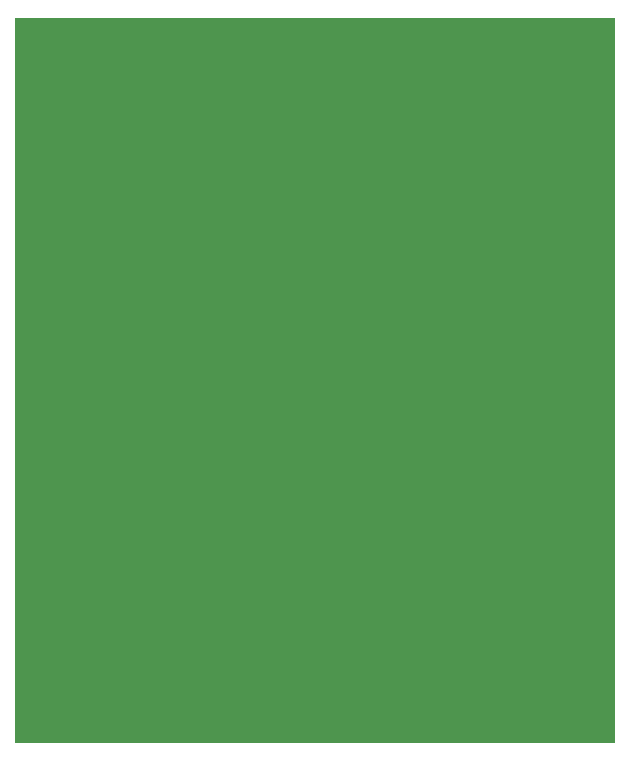
<source format=gbr>
G04 #@! TF.FileFunction,Copper,L2,Bot,Signal*
%FSLAX46Y46*%
G04 Gerber Fmt 4.6, Leading zero omitted, Abs format (unit mm)*
G04 Created by KiCad (PCBNEW 4.0.5) date 04/05/17 11:29:04*
%MOMM*%
%LPD*%
G01*
G04 APERTURE LIST*
%ADD10C,0.025400*%
%ADD11R,50.800000X45.720000*%
%ADD12R,2.420000X6.480000*%
%ADD13C,0.970000*%
%ADD14C,0.508000*%
%ADD15C,0.356000*%
%ADD16C,0.139700*%
G04 APERTURE END LIST*
D10*
D11*
X25400000Y38531800D03*
D12*
X17540200Y3234500D03*
X26300200Y3234500D03*
D13*
X17540200Y5974500D03*
X26300200Y5974500D03*
D14*
X23317200Y15138400D03*
X23317200Y11658600D03*
X23317200Y12420600D03*
X23317200Y8940800D03*
D15*
X23139400Y14325600D03*
X23139400Y13233400D03*
X23139400Y13779500D03*
X23126700Y10845800D03*
X23139400Y9753600D03*
X23139400Y10299700D03*
D16*
G36*
X50730150Y69850D02*
X69850Y69850D01*
X69850Y61321950D01*
X50730150Y61321950D01*
X50730150Y69850D01*
X50730150Y69850D01*
G37*
X50730150Y69850D02*
X69850Y69850D01*
X69850Y61321950D01*
X50730150Y61321950D01*
X50730150Y69850D01*
M02*

</source>
